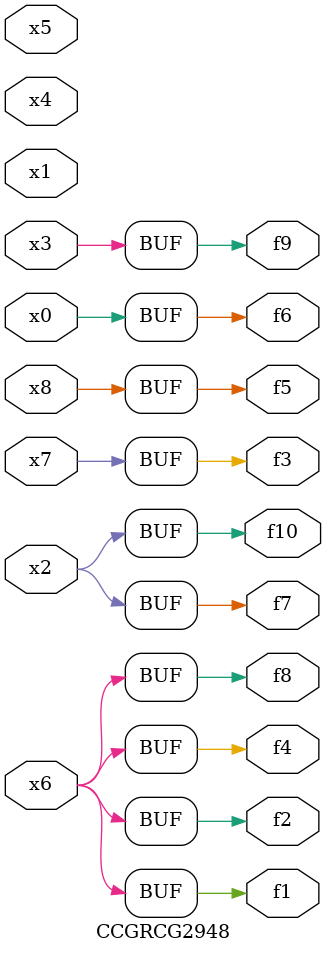
<source format=v>
module CCGRCG2948(
	input x0, x1, x2, x3, x4, x5, x6, x7, x8,
	output f1, f2, f3, f4, f5, f6, f7, f8, f9, f10
);
	assign f1 = x6;
	assign f2 = x6;
	assign f3 = x7;
	assign f4 = x6;
	assign f5 = x8;
	assign f6 = x0;
	assign f7 = x2;
	assign f8 = x6;
	assign f9 = x3;
	assign f10 = x2;
endmodule

</source>
